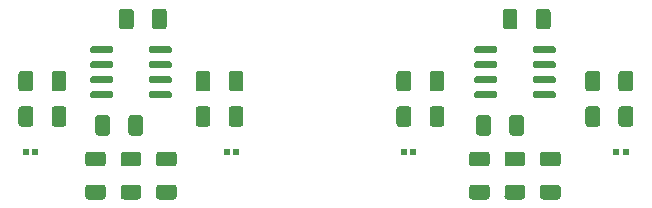
<source format=gbr>
%TF.GenerationSoftware,KiCad,Pcbnew,(5.1.6-0)*%
%TF.CreationDate,2023-04-14T20:26:11-07:00*%
%TF.ProjectId,input_buffer_bal_XLR_combo_SMD_1206,696e7075-745f-4627-9566-6665725f6261,rev?*%
%TF.SameCoordinates,Original*%
%TF.FileFunction,Paste,Top*%
%TF.FilePolarity,Positive*%
%FSLAX46Y46*%
G04 Gerber Fmt 4.6, Leading zero omitted, Abs format (unit mm)*
G04 Created by KiCad (PCBNEW (5.1.6-0)) date 2023-04-14 20:26:11*
%MOMM*%
%LPD*%
G01*
G04 APERTURE LIST*
%ADD10R,0.500000X0.600000*%
G04 APERTURE END LIST*
D10*
%TO.C,D4*%
X146900000Y-128250000D03*
X146100000Y-128250000D03*
%TD*%
%TO.C,D3*%
X128900000Y-128250000D03*
X128100000Y-128250000D03*
%TD*%
%TO.C,D2*%
X113900000Y-128250000D03*
X113100000Y-128250000D03*
%TD*%
%TO.C,D1*%
X96900000Y-128250000D03*
X96100000Y-128250000D03*
%TD*%
%TO.C,U2*%
G36*
G01*
X139000000Y-119745000D02*
X139000000Y-119445000D01*
G75*
G02*
X139150000Y-119295000I150000J0D01*
G01*
X140800000Y-119295000D01*
G75*
G02*
X140950000Y-119445000I0J-150000D01*
G01*
X140950000Y-119745000D01*
G75*
G02*
X140800000Y-119895000I-150000J0D01*
G01*
X139150000Y-119895000D01*
G75*
G02*
X139000000Y-119745000I0J150000D01*
G01*
G37*
G36*
G01*
X139000000Y-121015000D02*
X139000000Y-120715000D01*
G75*
G02*
X139150000Y-120565000I150000J0D01*
G01*
X140800000Y-120565000D01*
G75*
G02*
X140950000Y-120715000I0J-150000D01*
G01*
X140950000Y-121015000D01*
G75*
G02*
X140800000Y-121165000I-150000J0D01*
G01*
X139150000Y-121165000D01*
G75*
G02*
X139000000Y-121015000I0J150000D01*
G01*
G37*
G36*
G01*
X139000000Y-122285000D02*
X139000000Y-121985000D01*
G75*
G02*
X139150000Y-121835000I150000J0D01*
G01*
X140800000Y-121835000D01*
G75*
G02*
X140950000Y-121985000I0J-150000D01*
G01*
X140950000Y-122285000D01*
G75*
G02*
X140800000Y-122435000I-150000J0D01*
G01*
X139150000Y-122435000D01*
G75*
G02*
X139000000Y-122285000I0J150000D01*
G01*
G37*
G36*
G01*
X139000000Y-123555000D02*
X139000000Y-123255000D01*
G75*
G02*
X139150000Y-123105000I150000J0D01*
G01*
X140800000Y-123105000D01*
G75*
G02*
X140950000Y-123255000I0J-150000D01*
G01*
X140950000Y-123555000D01*
G75*
G02*
X140800000Y-123705000I-150000J0D01*
G01*
X139150000Y-123705000D01*
G75*
G02*
X139000000Y-123555000I0J150000D01*
G01*
G37*
G36*
G01*
X134050000Y-123555000D02*
X134050000Y-123255000D01*
G75*
G02*
X134200000Y-123105000I150000J0D01*
G01*
X135850000Y-123105000D01*
G75*
G02*
X136000000Y-123255000I0J-150000D01*
G01*
X136000000Y-123555000D01*
G75*
G02*
X135850000Y-123705000I-150000J0D01*
G01*
X134200000Y-123705000D01*
G75*
G02*
X134050000Y-123555000I0J150000D01*
G01*
G37*
G36*
G01*
X134050000Y-122285000D02*
X134050000Y-121985000D01*
G75*
G02*
X134200000Y-121835000I150000J0D01*
G01*
X135850000Y-121835000D01*
G75*
G02*
X136000000Y-121985000I0J-150000D01*
G01*
X136000000Y-122285000D01*
G75*
G02*
X135850000Y-122435000I-150000J0D01*
G01*
X134200000Y-122435000D01*
G75*
G02*
X134050000Y-122285000I0J150000D01*
G01*
G37*
G36*
G01*
X134050000Y-121015000D02*
X134050000Y-120715000D01*
G75*
G02*
X134200000Y-120565000I150000J0D01*
G01*
X135850000Y-120565000D01*
G75*
G02*
X136000000Y-120715000I0J-150000D01*
G01*
X136000000Y-121015000D01*
G75*
G02*
X135850000Y-121165000I-150000J0D01*
G01*
X134200000Y-121165000D01*
G75*
G02*
X134050000Y-121015000I0J150000D01*
G01*
G37*
G36*
G01*
X134050000Y-119745000D02*
X134050000Y-119445000D01*
G75*
G02*
X134200000Y-119295000I150000J0D01*
G01*
X135850000Y-119295000D01*
G75*
G02*
X136000000Y-119445000I0J-150000D01*
G01*
X136000000Y-119745000D01*
G75*
G02*
X135850000Y-119895000I-150000J0D01*
G01*
X134200000Y-119895000D01*
G75*
G02*
X134050000Y-119745000I0J150000D01*
G01*
G37*
%TD*%
%TO.C,U1*%
G36*
G01*
X106500000Y-119745000D02*
X106500000Y-119445000D01*
G75*
G02*
X106650000Y-119295000I150000J0D01*
G01*
X108300000Y-119295000D01*
G75*
G02*
X108450000Y-119445000I0J-150000D01*
G01*
X108450000Y-119745000D01*
G75*
G02*
X108300000Y-119895000I-150000J0D01*
G01*
X106650000Y-119895000D01*
G75*
G02*
X106500000Y-119745000I0J150000D01*
G01*
G37*
G36*
G01*
X106500000Y-121015000D02*
X106500000Y-120715000D01*
G75*
G02*
X106650000Y-120565000I150000J0D01*
G01*
X108300000Y-120565000D01*
G75*
G02*
X108450000Y-120715000I0J-150000D01*
G01*
X108450000Y-121015000D01*
G75*
G02*
X108300000Y-121165000I-150000J0D01*
G01*
X106650000Y-121165000D01*
G75*
G02*
X106500000Y-121015000I0J150000D01*
G01*
G37*
G36*
G01*
X106500000Y-122285000D02*
X106500000Y-121985000D01*
G75*
G02*
X106650000Y-121835000I150000J0D01*
G01*
X108300000Y-121835000D01*
G75*
G02*
X108450000Y-121985000I0J-150000D01*
G01*
X108450000Y-122285000D01*
G75*
G02*
X108300000Y-122435000I-150000J0D01*
G01*
X106650000Y-122435000D01*
G75*
G02*
X106500000Y-122285000I0J150000D01*
G01*
G37*
G36*
G01*
X106500000Y-123555000D02*
X106500000Y-123255000D01*
G75*
G02*
X106650000Y-123105000I150000J0D01*
G01*
X108300000Y-123105000D01*
G75*
G02*
X108450000Y-123255000I0J-150000D01*
G01*
X108450000Y-123555000D01*
G75*
G02*
X108300000Y-123705000I-150000J0D01*
G01*
X106650000Y-123705000D01*
G75*
G02*
X106500000Y-123555000I0J150000D01*
G01*
G37*
G36*
G01*
X101550000Y-123555000D02*
X101550000Y-123255000D01*
G75*
G02*
X101700000Y-123105000I150000J0D01*
G01*
X103350000Y-123105000D01*
G75*
G02*
X103500000Y-123255000I0J-150000D01*
G01*
X103500000Y-123555000D01*
G75*
G02*
X103350000Y-123705000I-150000J0D01*
G01*
X101700000Y-123705000D01*
G75*
G02*
X101550000Y-123555000I0J150000D01*
G01*
G37*
G36*
G01*
X101550000Y-122285000D02*
X101550000Y-121985000D01*
G75*
G02*
X101700000Y-121835000I150000J0D01*
G01*
X103350000Y-121835000D01*
G75*
G02*
X103500000Y-121985000I0J-150000D01*
G01*
X103500000Y-122285000D01*
G75*
G02*
X103350000Y-122435000I-150000J0D01*
G01*
X101700000Y-122435000D01*
G75*
G02*
X101550000Y-122285000I0J150000D01*
G01*
G37*
G36*
G01*
X101550000Y-121015000D02*
X101550000Y-120715000D01*
G75*
G02*
X101700000Y-120565000I150000J0D01*
G01*
X103350000Y-120565000D01*
G75*
G02*
X103500000Y-120715000I0J-150000D01*
G01*
X103500000Y-121015000D01*
G75*
G02*
X103350000Y-121165000I-150000J0D01*
G01*
X101700000Y-121165000D01*
G75*
G02*
X101550000Y-121015000I0J150000D01*
G01*
G37*
G36*
G01*
X101550000Y-119745000D02*
X101550000Y-119445000D01*
G75*
G02*
X101700000Y-119295000I150000J0D01*
G01*
X103350000Y-119295000D01*
G75*
G02*
X103500000Y-119445000I0J-150000D01*
G01*
X103500000Y-119745000D01*
G75*
G02*
X103350000Y-119895000I-150000J0D01*
G01*
X101700000Y-119895000D01*
G75*
G02*
X101550000Y-119745000I0J150000D01*
G01*
G37*
%TD*%
%TO.C,R10*%
G36*
G01*
X141125000Y-129475000D02*
X139875000Y-129475000D01*
G75*
G02*
X139625000Y-129225000I0J250000D01*
G01*
X139625000Y-128475000D01*
G75*
G02*
X139875000Y-128225000I250000J0D01*
G01*
X141125000Y-128225000D01*
G75*
G02*
X141375000Y-128475000I0J-250000D01*
G01*
X141375000Y-129225000D01*
G75*
G02*
X141125000Y-129475000I-250000J0D01*
G01*
G37*
G36*
G01*
X141125000Y-132275000D02*
X139875000Y-132275000D01*
G75*
G02*
X139625000Y-132025000I0J250000D01*
G01*
X139625000Y-131275000D01*
G75*
G02*
X139875000Y-131025000I250000J0D01*
G01*
X141125000Y-131025000D01*
G75*
G02*
X141375000Y-131275000I0J-250000D01*
G01*
X141375000Y-132025000D01*
G75*
G02*
X141125000Y-132275000I-250000J0D01*
G01*
G37*
%TD*%
%TO.C,R9*%
G36*
G01*
X133875000Y-131025000D02*
X135125000Y-131025000D01*
G75*
G02*
X135375000Y-131275000I0J-250000D01*
G01*
X135375000Y-132025000D01*
G75*
G02*
X135125000Y-132275000I-250000J0D01*
G01*
X133875000Y-132275000D01*
G75*
G02*
X133625000Y-132025000I0J250000D01*
G01*
X133625000Y-131275000D01*
G75*
G02*
X133875000Y-131025000I250000J0D01*
G01*
G37*
G36*
G01*
X133875000Y-128225000D02*
X135125000Y-128225000D01*
G75*
G02*
X135375000Y-128475000I0J-250000D01*
G01*
X135375000Y-129225000D01*
G75*
G02*
X135125000Y-129475000I-250000J0D01*
G01*
X133875000Y-129475000D01*
G75*
G02*
X133625000Y-129225000I0J250000D01*
G01*
X133625000Y-128475000D01*
G75*
G02*
X133875000Y-128225000I250000J0D01*
G01*
G37*
%TD*%
%TO.C,R8*%
G36*
G01*
X108625000Y-129475000D02*
X107375000Y-129475000D01*
G75*
G02*
X107125000Y-129225000I0J250000D01*
G01*
X107125000Y-128475000D01*
G75*
G02*
X107375000Y-128225000I250000J0D01*
G01*
X108625000Y-128225000D01*
G75*
G02*
X108875000Y-128475000I0J-250000D01*
G01*
X108875000Y-129225000D01*
G75*
G02*
X108625000Y-129475000I-250000J0D01*
G01*
G37*
G36*
G01*
X108625000Y-132275000D02*
X107375000Y-132275000D01*
G75*
G02*
X107125000Y-132025000I0J250000D01*
G01*
X107125000Y-131275000D01*
G75*
G02*
X107375000Y-131025000I250000J0D01*
G01*
X108625000Y-131025000D01*
G75*
G02*
X108875000Y-131275000I0J-250000D01*
G01*
X108875000Y-132025000D01*
G75*
G02*
X108625000Y-132275000I-250000J0D01*
G01*
G37*
%TD*%
%TO.C,R7*%
G36*
G01*
X101375000Y-131025000D02*
X102625000Y-131025000D01*
G75*
G02*
X102875000Y-131275000I0J-250000D01*
G01*
X102875000Y-132025000D01*
G75*
G02*
X102625000Y-132275000I-250000J0D01*
G01*
X101375000Y-132275000D01*
G75*
G02*
X101125000Y-132025000I0J250000D01*
G01*
X101125000Y-131275000D01*
G75*
G02*
X101375000Y-131025000I250000J0D01*
G01*
G37*
G36*
G01*
X101375000Y-128225000D02*
X102625000Y-128225000D01*
G75*
G02*
X102875000Y-128475000I0J-250000D01*
G01*
X102875000Y-129225000D01*
G75*
G02*
X102625000Y-129475000I-250000J0D01*
G01*
X101375000Y-129475000D01*
G75*
G02*
X101125000Y-129225000I0J250000D01*
G01*
X101125000Y-128475000D01*
G75*
G02*
X101375000Y-128225000I250000J0D01*
G01*
G37*
%TD*%
%TO.C,R6*%
G36*
G01*
X138125000Y-129475000D02*
X136875000Y-129475000D01*
G75*
G02*
X136625000Y-129225000I0J250000D01*
G01*
X136625000Y-128475000D01*
G75*
G02*
X136875000Y-128225000I250000J0D01*
G01*
X138125000Y-128225000D01*
G75*
G02*
X138375000Y-128475000I0J-250000D01*
G01*
X138375000Y-129225000D01*
G75*
G02*
X138125000Y-129475000I-250000J0D01*
G01*
G37*
G36*
G01*
X138125000Y-132275000D02*
X136875000Y-132275000D01*
G75*
G02*
X136625000Y-132025000I0J250000D01*
G01*
X136625000Y-131275000D01*
G75*
G02*
X136875000Y-131025000I250000J0D01*
G01*
X138125000Y-131025000D01*
G75*
G02*
X138375000Y-131275000I0J-250000D01*
G01*
X138375000Y-132025000D01*
G75*
G02*
X138125000Y-132275000I-250000J0D01*
G01*
G37*
%TD*%
%TO.C,R5*%
G36*
G01*
X105625000Y-129475000D02*
X104375000Y-129475000D01*
G75*
G02*
X104125000Y-129225000I0J250000D01*
G01*
X104125000Y-128475000D01*
G75*
G02*
X104375000Y-128225000I250000J0D01*
G01*
X105625000Y-128225000D01*
G75*
G02*
X105875000Y-128475000I0J-250000D01*
G01*
X105875000Y-129225000D01*
G75*
G02*
X105625000Y-129475000I-250000J0D01*
G01*
G37*
G36*
G01*
X105625000Y-132275000D02*
X104375000Y-132275000D01*
G75*
G02*
X104125000Y-132025000I0J250000D01*
G01*
X104125000Y-131275000D01*
G75*
G02*
X104375000Y-131025000I250000J0D01*
G01*
X105625000Y-131025000D01*
G75*
G02*
X105875000Y-131275000I0J-250000D01*
G01*
X105875000Y-132025000D01*
G75*
G02*
X105625000Y-132275000I-250000J0D01*
G01*
G37*
%TD*%
%TO.C,R4*%
G36*
G01*
X146275000Y-125875000D02*
X146275000Y-124625000D01*
G75*
G02*
X146525000Y-124375000I250000J0D01*
G01*
X147275000Y-124375000D01*
G75*
G02*
X147525000Y-124625000I0J-250000D01*
G01*
X147525000Y-125875000D01*
G75*
G02*
X147275000Y-126125000I-250000J0D01*
G01*
X146525000Y-126125000D01*
G75*
G02*
X146275000Y-125875000I0J250000D01*
G01*
G37*
G36*
G01*
X143475000Y-125875000D02*
X143475000Y-124625000D01*
G75*
G02*
X143725000Y-124375000I250000J0D01*
G01*
X144475000Y-124375000D01*
G75*
G02*
X144725000Y-124625000I0J-250000D01*
G01*
X144725000Y-125875000D01*
G75*
G02*
X144475000Y-126125000I-250000J0D01*
G01*
X143725000Y-126125000D01*
G75*
G02*
X143475000Y-125875000I0J250000D01*
G01*
G37*
%TD*%
%TO.C,R3*%
G36*
G01*
X128725000Y-124625000D02*
X128725000Y-125875000D01*
G75*
G02*
X128475000Y-126125000I-250000J0D01*
G01*
X127725000Y-126125000D01*
G75*
G02*
X127475000Y-125875000I0J250000D01*
G01*
X127475000Y-124625000D01*
G75*
G02*
X127725000Y-124375000I250000J0D01*
G01*
X128475000Y-124375000D01*
G75*
G02*
X128725000Y-124625000I0J-250000D01*
G01*
G37*
G36*
G01*
X131525000Y-124625000D02*
X131525000Y-125875000D01*
G75*
G02*
X131275000Y-126125000I-250000J0D01*
G01*
X130525000Y-126125000D01*
G75*
G02*
X130275000Y-125875000I0J250000D01*
G01*
X130275000Y-124625000D01*
G75*
G02*
X130525000Y-124375000I250000J0D01*
G01*
X131275000Y-124375000D01*
G75*
G02*
X131525000Y-124625000I0J-250000D01*
G01*
G37*
%TD*%
%TO.C,R2*%
G36*
G01*
X113275000Y-125875000D02*
X113275000Y-124625000D01*
G75*
G02*
X113525000Y-124375000I250000J0D01*
G01*
X114275000Y-124375000D01*
G75*
G02*
X114525000Y-124625000I0J-250000D01*
G01*
X114525000Y-125875000D01*
G75*
G02*
X114275000Y-126125000I-250000J0D01*
G01*
X113525000Y-126125000D01*
G75*
G02*
X113275000Y-125875000I0J250000D01*
G01*
G37*
G36*
G01*
X110475000Y-125875000D02*
X110475000Y-124625000D01*
G75*
G02*
X110725000Y-124375000I250000J0D01*
G01*
X111475000Y-124375000D01*
G75*
G02*
X111725000Y-124625000I0J-250000D01*
G01*
X111725000Y-125875000D01*
G75*
G02*
X111475000Y-126125000I-250000J0D01*
G01*
X110725000Y-126125000D01*
G75*
G02*
X110475000Y-125875000I0J250000D01*
G01*
G37*
%TD*%
%TO.C,R1*%
G36*
G01*
X96725000Y-124625000D02*
X96725000Y-125875000D01*
G75*
G02*
X96475000Y-126125000I-250000J0D01*
G01*
X95725000Y-126125000D01*
G75*
G02*
X95475000Y-125875000I0J250000D01*
G01*
X95475000Y-124625000D01*
G75*
G02*
X95725000Y-124375000I250000J0D01*
G01*
X96475000Y-124375000D01*
G75*
G02*
X96725000Y-124625000I0J-250000D01*
G01*
G37*
G36*
G01*
X99525000Y-124625000D02*
X99525000Y-125875000D01*
G75*
G02*
X99275000Y-126125000I-250000J0D01*
G01*
X98525000Y-126125000D01*
G75*
G02*
X98275000Y-125875000I0J250000D01*
G01*
X98275000Y-124625000D01*
G75*
G02*
X98525000Y-124375000I250000J0D01*
G01*
X99275000Y-124375000D01*
G75*
G02*
X99525000Y-124625000I0J-250000D01*
G01*
G37*
%TD*%
%TO.C,C8*%
G36*
G01*
X144725000Y-121625000D02*
X144725000Y-122875000D01*
G75*
G02*
X144475000Y-123125000I-250000J0D01*
G01*
X143725000Y-123125000D01*
G75*
G02*
X143475000Y-122875000I0J250000D01*
G01*
X143475000Y-121625000D01*
G75*
G02*
X143725000Y-121375000I250000J0D01*
G01*
X144475000Y-121375000D01*
G75*
G02*
X144725000Y-121625000I0J-250000D01*
G01*
G37*
G36*
G01*
X147525000Y-121625000D02*
X147525000Y-122875000D01*
G75*
G02*
X147275000Y-123125000I-250000J0D01*
G01*
X146525000Y-123125000D01*
G75*
G02*
X146275000Y-122875000I0J250000D01*
G01*
X146275000Y-121625000D01*
G75*
G02*
X146525000Y-121375000I250000J0D01*
G01*
X147275000Y-121375000D01*
G75*
G02*
X147525000Y-121625000I0J-250000D01*
G01*
G37*
%TD*%
%TO.C,C7*%
G36*
G01*
X128725000Y-121625000D02*
X128725000Y-122875000D01*
G75*
G02*
X128475000Y-123125000I-250000J0D01*
G01*
X127725000Y-123125000D01*
G75*
G02*
X127475000Y-122875000I0J250000D01*
G01*
X127475000Y-121625000D01*
G75*
G02*
X127725000Y-121375000I250000J0D01*
G01*
X128475000Y-121375000D01*
G75*
G02*
X128725000Y-121625000I0J-250000D01*
G01*
G37*
G36*
G01*
X131525000Y-121625000D02*
X131525000Y-122875000D01*
G75*
G02*
X131275000Y-123125000I-250000J0D01*
G01*
X130525000Y-123125000D01*
G75*
G02*
X130275000Y-122875000I0J250000D01*
G01*
X130275000Y-121625000D01*
G75*
G02*
X130525000Y-121375000I250000J0D01*
G01*
X131275000Y-121375000D01*
G75*
G02*
X131525000Y-121625000I0J-250000D01*
G01*
G37*
%TD*%
%TO.C,C6*%
G36*
G01*
X111725000Y-121625000D02*
X111725000Y-122875000D01*
G75*
G02*
X111475000Y-123125000I-250000J0D01*
G01*
X110725000Y-123125000D01*
G75*
G02*
X110475000Y-122875000I0J250000D01*
G01*
X110475000Y-121625000D01*
G75*
G02*
X110725000Y-121375000I250000J0D01*
G01*
X111475000Y-121375000D01*
G75*
G02*
X111725000Y-121625000I0J-250000D01*
G01*
G37*
G36*
G01*
X114525000Y-121625000D02*
X114525000Y-122875000D01*
G75*
G02*
X114275000Y-123125000I-250000J0D01*
G01*
X113525000Y-123125000D01*
G75*
G02*
X113275000Y-122875000I0J250000D01*
G01*
X113275000Y-121625000D01*
G75*
G02*
X113525000Y-121375000I250000J0D01*
G01*
X114275000Y-121375000D01*
G75*
G02*
X114525000Y-121625000I0J-250000D01*
G01*
G37*
%TD*%
%TO.C,C5*%
G36*
G01*
X96725000Y-121625000D02*
X96725000Y-122875000D01*
G75*
G02*
X96475000Y-123125000I-250000J0D01*
G01*
X95725000Y-123125000D01*
G75*
G02*
X95475000Y-122875000I0J250000D01*
G01*
X95475000Y-121625000D01*
G75*
G02*
X95725000Y-121375000I250000J0D01*
G01*
X96475000Y-121375000D01*
G75*
G02*
X96725000Y-121625000I0J-250000D01*
G01*
G37*
G36*
G01*
X99525000Y-121625000D02*
X99525000Y-122875000D01*
G75*
G02*
X99275000Y-123125000I-250000J0D01*
G01*
X98525000Y-123125000D01*
G75*
G02*
X98275000Y-122875000I0J250000D01*
G01*
X98275000Y-121625000D01*
G75*
G02*
X98525000Y-121375000I250000J0D01*
G01*
X99275000Y-121375000D01*
G75*
G02*
X99525000Y-121625000I0J-250000D01*
G01*
G37*
%TD*%
%TO.C,C4*%
G36*
G01*
X135475000Y-125375000D02*
X135475000Y-126625000D01*
G75*
G02*
X135225000Y-126875000I-250000J0D01*
G01*
X134475000Y-126875000D01*
G75*
G02*
X134225000Y-126625000I0J250000D01*
G01*
X134225000Y-125375000D01*
G75*
G02*
X134475000Y-125125000I250000J0D01*
G01*
X135225000Y-125125000D01*
G75*
G02*
X135475000Y-125375000I0J-250000D01*
G01*
G37*
G36*
G01*
X138275000Y-125375000D02*
X138275000Y-126625000D01*
G75*
G02*
X138025000Y-126875000I-250000J0D01*
G01*
X137275000Y-126875000D01*
G75*
G02*
X137025000Y-126625000I0J250000D01*
G01*
X137025000Y-125375000D01*
G75*
G02*
X137275000Y-125125000I250000J0D01*
G01*
X138025000Y-125125000D01*
G75*
G02*
X138275000Y-125375000I0J-250000D01*
G01*
G37*
%TD*%
%TO.C,C3*%
G36*
G01*
X103225000Y-125375000D02*
X103225000Y-126625000D01*
G75*
G02*
X102975000Y-126875000I-250000J0D01*
G01*
X102225000Y-126875000D01*
G75*
G02*
X101975000Y-126625000I0J250000D01*
G01*
X101975000Y-125375000D01*
G75*
G02*
X102225000Y-125125000I250000J0D01*
G01*
X102975000Y-125125000D01*
G75*
G02*
X103225000Y-125375000I0J-250000D01*
G01*
G37*
G36*
G01*
X106025000Y-125375000D02*
X106025000Y-126625000D01*
G75*
G02*
X105775000Y-126875000I-250000J0D01*
G01*
X105025000Y-126875000D01*
G75*
G02*
X104775000Y-126625000I0J250000D01*
G01*
X104775000Y-125375000D01*
G75*
G02*
X105025000Y-125125000I250000J0D01*
G01*
X105775000Y-125125000D01*
G75*
G02*
X106025000Y-125375000I0J-250000D01*
G01*
G37*
%TD*%
%TO.C,C2*%
G36*
G01*
X137725000Y-116375000D02*
X137725000Y-117625000D01*
G75*
G02*
X137475000Y-117875000I-250000J0D01*
G01*
X136725000Y-117875000D01*
G75*
G02*
X136475000Y-117625000I0J250000D01*
G01*
X136475000Y-116375000D01*
G75*
G02*
X136725000Y-116125000I250000J0D01*
G01*
X137475000Y-116125000D01*
G75*
G02*
X137725000Y-116375000I0J-250000D01*
G01*
G37*
G36*
G01*
X140525000Y-116375000D02*
X140525000Y-117625000D01*
G75*
G02*
X140275000Y-117875000I-250000J0D01*
G01*
X139525000Y-117875000D01*
G75*
G02*
X139275000Y-117625000I0J250000D01*
G01*
X139275000Y-116375000D01*
G75*
G02*
X139525000Y-116125000I250000J0D01*
G01*
X140275000Y-116125000D01*
G75*
G02*
X140525000Y-116375000I0J-250000D01*
G01*
G37*
%TD*%
%TO.C,C1*%
G36*
G01*
X105225000Y-116375000D02*
X105225000Y-117625000D01*
G75*
G02*
X104975000Y-117875000I-250000J0D01*
G01*
X104225000Y-117875000D01*
G75*
G02*
X103975000Y-117625000I0J250000D01*
G01*
X103975000Y-116375000D01*
G75*
G02*
X104225000Y-116125000I250000J0D01*
G01*
X104975000Y-116125000D01*
G75*
G02*
X105225000Y-116375000I0J-250000D01*
G01*
G37*
G36*
G01*
X108025000Y-116375000D02*
X108025000Y-117625000D01*
G75*
G02*
X107775000Y-117875000I-250000J0D01*
G01*
X107025000Y-117875000D01*
G75*
G02*
X106775000Y-117625000I0J250000D01*
G01*
X106775000Y-116375000D01*
G75*
G02*
X107025000Y-116125000I250000J0D01*
G01*
X107775000Y-116125000D01*
G75*
G02*
X108025000Y-116375000I0J-250000D01*
G01*
G37*
%TD*%
M02*

</source>
